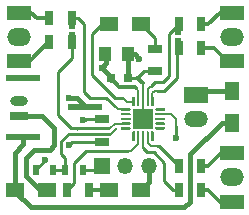
<source format=gbr>
%TF.GenerationSoftware,KiCad,Pcbnew,(5.1.10)-1*%
%TF.CreationDate,2022-03-19T18:42:39-07:00*%
%TF.ProjectId,project,70726f6a-6563-4742-9e6b-696361645f70,0.0*%
%TF.SameCoordinates,Original*%
%TF.FileFunction,Copper,L1,Top*%
%TF.FilePolarity,Positive*%
%FSLAX46Y46*%
G04 Gerber Fmt 4.6, Leading zero omitted, Abs format (unit mm)*
G04 Created by KiCad (PCBNEW (5.1.10)-1) date 2022-03-19 18:42:39*
%MOMM*%
%LPD*%
G01*
G04 APERTURE LIST*
%TA.AperFunction,SMDPad,CuDef*%
%ADD10R,0.700000X1.300000*%
%TD*%
%TA.AperFunction,SMDPad,CuDef*%
%ADD11R,1.300000X0.700000*%
%TD*%
%TA.AperFunction,ComponentPad*%
%ADD12R,2.000000X1.350000*%
%TD*%
%TA.AperFunction,ComponentPad*%
%ADD13O,2.000000X1.350000*%
%TD*%
%TA.AperFunction,ComponentPad*%
%ADD14R,1.500000X0.800000*%
%TD*%
%TA.AperFunction,ComponentPad*%
%ADD15O,1.500000X0.800000*%
%TD*%
%TA.AperFunction,SMDPad,CuDef*%
%ADD16R,2.971800X0.558800*%
%TD*%
%TA.AperFunction,ComponentPad*%
%ADD17R,2.032000X1.250000*%
%TD*%
%TA.AperFunction,ComponentPad*%
%ADD18O,2.032000X1.500000*%
%TD*%
%TA.AperFunction,SMDPad,CuDef*%
%ADD19R,1.300000X1.500000*%
%TD*%
%TA.AperFunction,SMDPad,CuDef*%
%ADD20R,1.500000X1.300000*%
%TD*%
%TA.AperFunction,SMDPad,CuDef*%
%ADD21R,1.000000X1.250000*%
%TD*%
%TA.AperFunction,SMDPad,CuDef*%
%ADD22R,0.800000X0.750000*%
%TD*%
%TA.AperFunction,SMDPad,CuDef*%
%ADD23C,0.100000*%
%TD*%
%TA.AperFunction,SMDPad,CuDef*%
%ADD24R,1.700000X1.700000*%
%TD*%
%TA.AperFunction,SMDPad,CuDef*%
%ADD25R,0.600000X0.400000*%
%TD*%
%TA.AperFunction,ComponentPad*%
%ADD26R,1.350000X1.350000*%
%TD*%
%TA.AperFunction,ComponentPad*%
%ADD27O,1.350000X1.350000*%
%TD*%
%TA.AperFunction,SMDPad,CuDef*%
%ADD28R,0.500000X0.900000*%
%TD*%
%TA.AperFunction,ViaPad*%
%ADD29C,0.600000*%
%TD*%
%TA.AperFunction,Conductor*%
%ADD30C,0.406400*%
%TD*%
%TA.AperFunction,Conductor*%
%ADD31C,0.200000*%
%TD*%
%TA.AperFunction,Conductor*%
%ADD32C,0.304800*%
%TD*%
%TA.AperFunction,Conductor*%
%ADD33C,0.254000*%
%TD*%
G04 APERTURE END LIST*
D10*
%TO.P,R11,2*%
%TO.N,Net-(J5-Pad1)*%
X132550000Y-85500000D03*
%TO.P,R11,1*%
%TO.N,/D1*%
X134450000Y-85500000D03*
%TD*%
%TO.P,R3,2*%
%TO.N,Net-(J5-Pad3)*%
X132550000Y-87500000D03*
%TO.P,R3,1*%
%TO.N,/D4*%
X134450000Y-87500000D03*
%TD*%
%TO.P,R4,2*%
%TO.N,Net-(J6-Pad1)*%
X145450000Y-100000000D03*
%TO.P,R4,1*%
%TO.N,/D8*%
X143550000Y-100000000D03*
%TD*%
%TO.P,R5,2*%
%TO.N,Net-(J6-Pad3)*%
X145450000Y-98000000D03*
%TO.P,R5,1*%
%TO.N,/D9*%
X143550000Y-98000000D03*
%TD*%
%TO.P,R6,2*%
%TO.N,Net-(J7-Pad1)*%
X145450000Y-86000000D03*
%TO.P,R6,1*%
%TO.N,/D16*%
X143550000Y-86000000D03*
%TD*%
%TO.P,R7,2*%
%TO.N,Net-(J7-Pad3)*%
X145450000Y-88000000D03*
%TO.P,R7,1*%
%TO.N,/D15*%
X143550000Y-88000000D03*
%TD*%
D11*
%TO.P,R8,2*%
%TO.N,GND*%
X141500000Y-89950000D03*
%TO.P,R8,1*%
%TO.N,Net-(D0-Pad1)*%
X141500000Y-88050000D03*
%TD*%
D10*
%TO.P,R9,2*%
%TO.N,Net-(D7-Pad2)*%
X135950000Y-100000000D03*
%TO.P,R9,1*%
%TO.N,/D7*%
X134050000Y-100000000D03*
%TD*%
D11*
%TO.P,R10,2*%
%TO.N,Net-(J4-Pad2)*%
X137000000Y-95950000D03*
%TO.P,R10,1*%
%TO.N,/UPDI*%
X137000000Y-94050000D03*
%TD*%
D12*
%TO.P,J2,1*%
%TO.N,Net-(F2-Pad1)*%
X145000000Y-92000000D03*
D13*
%TO.P,J2,2*%
%TO.N,GND*%
X145000000Y-94000000D03*
%TD*%
D14*
%TO.P,J3,1*%
%TO.N,Net-(F1-Pad1)*%
X130000000Y-93750000D03*
D15*
%TO.P,J3,2*%
%TO.N,GND*%
X130000000Y-92500000D03*
%TD*%
D16*
%TO.P,SW1,1*%
%TO.N,N/C*%
X130383800Y-90500000D03*
%TO.P,SW1,3*%
%TO.N,Net-(F1-Pad2)*%
X130383800Y-95500000D03*
%TO.P,SW1,2*%
%TO.N,VCC*%
X135616200Y-93000000D03*
%TD*%
D17*
%TO.P,J6,1*%
%TO.N,Net-(J6-Pad1)*%
X148000000Y-101000000D03*
D18*
%TO.P,J6,2*%
%TO.N,GND*%
X148000000Y-98960000D03*
D17*
%TO.P,J6,3*%
%TO.N,Net-(J6-Pad3)*%
X148000000Y-96920000D03*
%TD*%
%TO.P,J5,1*%
%TO.N,Net-(J5-Pad1)*%
X130000000Y-85000000D03*
D18*
%TO.P,J5,2*%
%TO.N,GND*%
X130000000Y-87040000D03*
D17*
%TO.P,J5,3*%
%TO.N,Net-(J5-Pad3)*%
X130000000Y-89080000D03*
%TD*%
D19*
%TO.P,F2,1*%
%TO.N,Net-(F2-Pad1)*%
X148000000Y-91650000D03*
%TO.P,F2,2*%
%TO.N,Net-(F1-Pad2)*%
X148000000Y-94350000D03*
%TD*%
D20*
%TO.P,F1,1*%
%TO.N,Net-(F1-Pad1)*%
X132350000Y-100000000D03*
%TO.P,F1,2*%
%TO.N,Net-(F1-Pad2)*%
X129650000Y-100000000D03*
%TD*%
D21*
%TO.P,C1,1*%
%TO.N,VCC*%
X137250000Y-88500000D03*
%TO.P,C1,2*%
%TO.N,GND*%
X139250000Y-88500000D03*
%TD*%
D22*
%TO.P,C2,2*%
%TO.N,GND*%
X139250000Y-90500000D03*
%TO.P,C2,1*%
%TO.N,VCC*%
X137750000Y-90500000D03*
%TD*%
%TA.AperFunction,SMDPad,CuDef*%
D23*
%TO.P,U1,1*%
%TO.N,/D15*%
G36*
X141399039Y-92859044D02*
G01*
X141396194Y-92868423D01*
X141391573Y-92877068D01*
X141385355Y-92884644D01*
X141334644Y-92935355D01*
X141327068Y-92941573D01*
X141318423Y-92946194D01*
X141309044Y-92949039D01*
X141299289Y-92950000D01*
X141250000Y-92950000D01*
X141240245Y-92949039D01*
X141230866Y-92946194D01*
X141222221Y-92941573D01*
X141214645Y-92935355D01*
X141208427Y-92927779D01*
X141203806Y-92919134D01*
X141200961Y-92909755D01*
X141200000Y-92900000D01*
X141200000Y-92200000D01*
X141200961Y-92190245D01*
X141203806Y-92180866D01*
X141208427Y-92172221D01*
X141214645Y-92164645D01*
X141222221Y-92158427D01*
X141230866Y-92153806D01*
X141240245Y-92150961D01*
X141250000Y-92150000D01*
X141350000Y-92150000D01*
X141359755Y-92150961D01*
X141369134Y-92153806D01*
X141377779Y-92158427D01*
X141385355Y-92164645D01*
X141391573Y-92172221D01*
X141396194Y-92180866D01*
X141399039Y-92190245D01*
X141400000Y-92200000D01*
X141400000Y-92849289D01*
X141399039Y-92859044D01*
G37*
%TD.AperFunction*%
%TO.P,U1,2*%
%TO.N,/D16*%
%TA.AperFunction,SMDPad,CuDef*%
G36*
G01*
X140850000Y-92150000D02*
X140950000Y-92150000D01*
G75*
G02*
X141000000Y-92200000I0J-50000D01*
G01*
X141000000Y-92900000D01*
G75*
G02*
X140950000Y-92950000I-50000J0D01*
G01*
X140850000Y-92950000D01*
G75*
G02*
X140800000Y-92900000I0J50000D01*
G01*
X140800000Y-92200000D01*
G75*
G02*
X140850000Y-92150000I50000J0D01*
G01*
G37*
%TD.AperFunction*%
%TO.P,U1,3*%
%TO.N,GND*%
%TA.AperFunction,SMDPad,CuDef*%
G36*
G01*
X140450000Y-92150000D02*
X140550000Y-92150000D01*
G75*
G02*
X140600000Y-92200000I0J-50000D01*
G01*
X140600000Y-92900000D01*
G75*
G02*
X140550000Y-92950000I-50000J0D01*
G01*
X140450000Y-92950000D01*
G75*
G02*
X140400000Y-92900000I0J50000D01*
G01*
X140400000Y-92200000D01*
G75*
G02*
X140450000Y-92150000I50000J0D01*
G01*
G37*
%TD.AperFunction*%
%TO.P,U1,4*%
%TO.N,VCC*%
%TA.AperFunction,SMDPad,CuDef*%
G36*
G01*
X140050000Y-92150000D02*
X140150000Y-92150000D01*
G75*
G02*
X140200000Y-92200000I0J-50000D01*
G01*
X140200000Y-92900000D01*
G75*
G02*
X140150000Y-92950000I-50000J0D01*
G01*
X140050000Y-92950000D01*
G75*
G02*
X140000000Y-92900000I0J50000D01*
G01*
X140000000Y-92200000D01*
G75*
G02*
X140050000Y-92150000I50000J0D01*
G01*
G37*
%TD.AperFunction*%
%TA.AperFunction,SMDPad,CuDef*%
%TO.P,U1,5*%
%TO.N,/D0*%
G36*
X139799039Y-92909755D02*
G01*
X139796194Y-92919134D01*
X139791573Y-92927779D01*
X139785355Y-92935355D01*
X139777779Y-92941573D01*
X139769134Y-92946194D01*
X139759755Y-92949039D01*
X139750000Y-92950000D01*
X139700711Y-92950000D01*
X139690956Y-92949039D01*
X139681577Y-92946194D01*
X139672932Y-92941573D01*
X139665356Y-92935355D01*
X139614645Y-92884644D01*
X139608427Y-92877068D01*
X139603806Y-92868423D01*
X139600961Y-92859044D01*
X139600000Y-92849289D01*
X139600000Y-92200000D01*
X139600961Y-92190245D01*
X139603806Y-92180866D01*
X139608427Y-92172221D01*
X139614645Y-92164645D01*
X139622221Y-92158427D01*
X139630866Y-92153806D01*
X139640245Y-92150961D01*
X139650000Y-92150000D01*
X139750000Y-92150000D01*
X139759755Y-92150961D01*
X139769134Y-92153806D01*
X139777779Y-92158427D01*
X139785355Y-92164645D01*
X139791573Y-92172221D01*
X139796194Y-92180866D01*
X139799039Y-92190245D01*
X139800000Y-92200000D01*
X139800000Y-92900000D01*
X139799039Y-92909755D01*
G37*
%TD.AperFunction*%
%TA.AperFunction,SMDPad,CuDef*%
%TO.P,U1,6*%
%TO.N,/D1*%
G36*
X139449039Y-93259755D02*
G01*
X139446194Y-93269134D01*
X139441573Y-93277779D01*
X139435355Y-93285355D01*
X139427779Y-93291573D01*
X139419134Y-93296194D01*
X139409755Y-93299039D01*
X139400000Y-93300000D01*
X138700000Y-93300000D01*
X138690245Y-93299039D01*
X138680866Y-93296194D01*
X138672221Y-93291573D01*
X138664645Y-93285355D01*
X138658427Y-93277779D01*
X138653806Y-93269134D01*
X138650961Y-93259755D01*
X138650000Y-93250000D01*
X138650000Y-93150000D01*
X138650961Y-93140245D01*
X138653806Y-93130866D01*
X138658427Y-93122221D01*
X138664645Y-93114645D01*
X138672221Y-93108427D01*
X138680866Y-93103806D01*
X138690245Y-93100961D01*
X138700000Y-93100000D01*
X139349289Y-93100000D01*
X139359044Y-93100961D01*
X139368423Y-93103806D01*
X139377068Y-93108427D01*
X139384644Y-93114645D01*
X139435355Y-93165356D01*
X139441573Y-93172932D01*
X139446194Y-93181577D01*
X139449039Y-93190956D01*
X139450000Y-93200711D01*
X139450000Y-93250000D01*
X139449039Y-93259755D01*
G37*
%TD.AperFunction*%
%TO.P,U1,7*%
%TO.N,N/C*%
%TA.AperFunction,SMDPad,CuDef*%
G36*
G01*
X138700000Y-93500000D02*
X139400000Y-93500000D01*
G75*
G02*
X139450000Y-93550000I0J-50000D01*
G01*
X139450000Y-93650000D01*
G75*
G02*
X139400000Y-93700000I-50000J0D01*
G01*
X138700000Y-93700000D01*
G75*
G02*
X138650000Y-93650000I0J50000D01*
G01*
X138650000Y-93550000D01*
G75*
G02*
X138700000Y-93500000I50000J0D01*
G01*
G37*
%TD.AperFunction*%
%TO.P,U1,8*%
%TA.AperFunction,SMDPad,CuDef*%
G36*
G01*
X138700000Y-93900000D02*
X139400000Y-93900000D01*
G75*
G02*
X139450000Y-93950000I0J-50000D01*
G01*
X139450000Y-94050000D01*
G75*
G02*
X139400000Y-94100000I-50000J0D01*
G01*
X138700000Y-94100000D01*
G75*
G02*
X138650000Y-94050000I0J50000D01*
G01*
X138650000Y-93950000D01*
G75*
G02*
X138700000Y-93900000I50000J0D01*
G01*
G37*
%TD.AperFunction*%
%TO.P,U1,9*%
%TO.N,/D4*%
%TA.AperFunction,SMDPad,CuDef*%
G36*
G01*
X138700000Y-94300000D02*
X139400000Y-94300000D01*
G75*
G02*
X139450000Y-94350000I0J-50000D01*
G01*
X139450000Y-94450000D01*
G75*
G02*
X139400000Y-94500000I-50000J0D01*
G01*
X138700000Y-94500000D01*
G75*
G02*
X138650000Y-94450000I0J50000D01*
G01*
X138650000Y-94350000D01*
G75*
G02*
X138700000Y-94300000I50000J0D01*
G01*
G37*
%TD.AperFunction*%
%TA.AperFunction,SMDPad,CuDef*%
%TO.P,U1,10*%
%TO.N,N/C*%
G36*
X139449039Y-94809044D02*
G01*
X139446194Y-94818423D01*
X139441573Y-94827068D01*
X139435355Y-94834644D01*
X139384644Y-94885355D01*
X139377068Y-94891573D01*
X139368423Y-94896194D01*
X139359044Y-94899039D01*
X139349289Y-94900000D01*
X138700000Y-94900000D01*
X138690245Y-94899039D01*
X138680866Y-94896194D01*
X138672221Y-94891573D01*
X138664645Y-94885355D01*
X138658427Y-94877779D01*
X138653806Y-94869134D01*
X138650961Y-94859755D01*
X138650000Y-94850000D01*
X138650000Y-94750000D01*
X138650961Y-94740245D01*
X138653806Y-94730866D01*
X138658427Y-94722221D01*
X138664645Y-94714645D01*
X138672221Y-94708427D01*
X138680866Y-94703806D01*
X138690245Y-94700961D01*
X138700000Y-94700000D01*
X139400000Y-94700000D01*
X139409755Y-94700961D01*
X139419134Y-94703806D01*
X139427779Y-94708427D01*
X139435355Y-94714645D01*
X139441573Y-94722221D01*
X139446194Y-94730866D01*
X139449039Y-94740245D01*
X139450000Y-94750000D01*
X139450000Y-94799289D01*
X139449039Y-94809044D01*
G37*
%TD.AperFunction*%
%TA.AperFunction,SMDPad,CuDef*%
%TO.P,U1,11*%
G36*
X139799039Y-95809755D02*
G01*
X139796194Y-95819134D01*
X139791573Y-95827779D01*
X139785355Y-95835355D01*
X139777779Y-95841573D01*
X139769134Y-95846194D01*
X139759755Y-95849039D01*
X139750000Y-95850000D01*
X139650000Y-95850000D01*
X139640245Y-95849039D01*
X139630866Y-95846194D01*
X139622221Y-95841573D01*
X139614645Y-95835355D01*
X139608427Y-95827779D01*
X139603806Y-95819134D01*
X139600961Y-95809755D01*
X139600000Y-95800000D01*
X139600000Y-95150711D01*
X139600961Y-95140956D01*
X139603806Y-95131577D01*
X139608427Y-95122932D01*
X139614645Y-95115356D01*
X139665356Y-95064645D01*
X139672932Y-95058427D01*
X139681577Y-95053806D01*
X139690956Y-95050961D01*
X139700711Y-95050000D01*
X139750000Y-95050000D01*
X139759755Y-95050961D01*
X139769134Y-95053806D01*
X139777779Y-95058427D01*
X139785355Y-95064645D01*
X139791573Y-95072221D01*
X139796194Y-95080866D01*
X139799039Y-95090245D01*
X139800000Y-95100000D01*
X139800000Y-95800000D01*
X139799039Y-95809755D01*
G37*
%TD.AperFunction*%
%TO.P,U1,12*%
%TO.N,/D7*%
%TA.AperFunction,SMDPad,CuDef*%
G36*
G01*
X140050000Y-95050000D02*
X140150000Y-95050000D01*
G75*
G02*
X140200000Y-95100000I0J-50000D01*
G01*
X140200000Y-95800000D01*
G75*
G02*
X140150000Y-95850000I-50000J0D01*
G01*
X140050000Y-95850000D01*
G75*
G02*
X140000000Y-95800000I0J50000D01*
G01*
X140000000Y-95100000D01*
G75*
G02*
X140050000Y-95050000I50000J0D01*
G01*
G37*
%TD.AperFunction*%
%TO.P,U1,13*%
%TO.N,/D8*%
%TA.AperFunction,SMDPad,CuDef*%
G36*
G01*
X140450000Y-95050000D02*
X140550000Y-95050000D01*
G75*
G02*
X140600000Y-95100000I0J-50000D01*
G01*
X140600000Y-95800000D01*
G75*
G02*
X140550000Y-95850000I-50000J0D01*
G01*
X140450000Y-95850000D01*
G75*
G02*
X140400000Y-95800000I0J50000D01*
G01*
X140400000Y-95100000D01*
G75*
G02*
X140450000Y-95050000I50000J0D01*
G01*
G37*
%TD.AperFunction*%
%TO.P,U1,14*%
%TO.N,/D9*%
%TA.AperFunction,SMDPad,CuDef*%
G36*
G01*
X140850000Y-95050000D02*
X140950000Y-95050000D01*
G75*
G02*
X141000000Y-95100000I0J-50000D01*
G01*
X141000000Y-95800000D01*
G75*
G02*
X140950000Y-95850000I-50000J0D01*
G01*
X140850000Y-95850000D01*
G75*
G02*
X140800000Y-95800000I0J50000D01*
G01*
X140800000Y-95100000D01*
G75*
G02*
X140850000Y-95050000I50000J0D01*
G01*
G37*
%TD.AperFunction*%
%TA.AperFunction,SMDPad,CuDef*%
%TO.P,U1,15*%
%TO.N,N/C*%
G36*
X141399039Y-95809755D02*
G01*
X141396194Y-95819134D01*
X141391573Y-95827779D01*
X141385355Y-95835355D01*
X141377779Y-95841573D01*
X141369134Y-95846194D01*
X141359755Y-95849039D01*
X141350000Y-95850000D01*
X141250000Y-95850000D01*
X141240245Y-95849039D01*
X141230866Y-95846194D01*
X141222221Y-95841573D01*
X141214645Y-95835355D01*
X141208427Y-95827779D01*
X141203806Y-95819134D01*
X141200961Y-95809755D01*
X141200000Y-95800000D01*
X141200000Y-95100000D01*
X141200961Y-95090245D01*
X141203806Y-95080866D01*
X141208427Y-95072221D01*
X141214645Y-95064645D01*
X141222221Y-95058427D01*
X141230866Y-95053806D01*
X141240245Y-95050961D01*
X141250000Y-95050000D01*
X141299289Y-95050000D01*
X141309044Y-95050961D01*
X141318423Y-95053806D01*
X141327068Y-95058427D01*
X141334644Y-95064645D01*
X141385355Y-95115356D01*
X141391573Y-95122932D01*
X141396194Y-95131577D01*
X141399039Y-95140956D01*
X141400000Y-95150711D01*
X141400000Y-95800000D01*
X141399039Y-95809755D01*
G37*
%TD.AperFunction*%
%TA.AperFunction,SMDPad,CuDef*%
%TO.P,U1,16*%
G36*
X142349039Y-94859755D02*
G01*
X142346194Y-94869134D01*
X142341573Y-94877779D01*
X142335355Y-94885355D01*
X142327779Y-94891573D01*
X142319134Y-94896194D01*
X142309755Y-94899039D01*
X142300000Y-94900000D01*
X141650711Y-94900000D01*
X141640956Y-94899039D01*
X141631577Y-94896194D01*
X141622932Y-94891573D01*
X141615356Y-94885355D01*
X141564645Y-94834644D01*
X141558427Y-94827068D01*
X141553806Y-94818423D01*
X141550961Y-94809044D01*
X141550000Y-94799289D01*
X141550000Y-94750000D01*
X141550961Y-94740245D01*
X141553806Y-94730866D01*
X141558427Y-94722221D01*
X141564645Y-94714645D01*
X141572221Y-94708427D01*
X141580866Y-94703806D01*
X141590245Y-94700961D01*
X141600000Y-94700000D01*
X142300000Y-94700000D01*
X142309755Y-94700961D01*
X142319134Y-94703806D01*
X142327779Y-94708427D01*
X142335355Y-94714645D01*
X142341573Y-94722221D01*
X142346194Y-94730866D01*
X142349039Y-94740245D01*
X142350000Y-94750000D01*
X142350000Y-94850000D01*
X142349039Y-94859755D01*
G37*
%TD.AperFunction*%
%TO.P,U1,17*%
%TA.AperFunction,SMDPad,CuDef*%
G36*
G01*
X141600000Y-94300000D02*
X142300000Y-94300000D01*
G75*
G02*
X142350000Y-94350000I0J-50000D01*
G01*
X142350000Y-94450000D01*
G75*
G02*
X142300000Y-94500000I-50000J0D01*
G01*
X141600000Y-94500000D01*
G75*
G02*
X141550000Y-94450000I0J50000D01*
G01*
X141550000Y-94350000D01*
G75*
G02*
X141600000Y-94300000I50000J0D01*
G01*
G37*
%TD.AperFunction*%
%TO.P,U1,18*%
%TA.AperFunction,SMDPad,CuDef*%
G36*
G01*
X141600000Y-93900000D02*
X142300000Y-93900000D01*
G75*
G02*
X142350000Y-93950000I0J-50000D01*
G01*
X142350000Y-94050000D01*
G75*
G02*
X142300000Y-94100000I-50000J0D01*
G01*
X141600000Y-94100000D01*
G75*
G02*
X141550000Y-94050000I0J50000D01*
G01*
X141550000Y-93950000D01*
G75*
G02*
X141600000Y-93900000I50000J0D01*
G01*
G37*
%TD.AperFunction*%
%TO.P,U1,19*%
%TO.N,/UPDI*%
%TA.AperFunction,SMDPad,CuDef*%
G36*
G01*
X141600000Y-93500000D02*
X142300000Y-93500000D01*
G75*
G02*
X142350000Y-93550000I0J-50000D01*
G01*
X142350000Y-93650000D01*
G75*
G02*
X142300000Y-93700000I-50000J0D01*
G01*
X141600000Y-93700000D01*
G75*
G02*
X141550000Y-93650000I0J50000D01*
G01*
X141550000Y-93550000D01*
G75*
G02*
X141600000Y-93500000I50000J0D01*
G01*
G37*
%TD.AperFunction*%
%TA.AperFunction,SMDPad,CuDef*%
%TO.P,U1,20*%
%TO.N,N/C*%
G36*
X142349039Y-93259755D02*
G01*
X142346194Y-93269134D01*
X142341573Y-93277779D01*
X142335355Y-93285355D01*
X142327779Y-93291573D01*
X142319134Y-93296194D01*
X142309755Y-93299039D01*
X142300000Y-93300000D01*
X141600000Y-93300000D01*
X141590245Y-93299039D01*
X141580866Y-93296194D01*
X141572221Y-93291573D01*
X141564645Y-93285355D01*
X141558427Y-93277779D01*
X141553806Y-93269134D01*
X141550961Y-93259755D01*
X141550000Y-93250000D01*
X141550000Y-93200711D01*
X141550961Y-93190956D01*
X141553806Y-93181577D01*
X141558427Y-93172932D01*
X141564645Y-93165356D01*
X141615356Y-93114645D01*
X141622932Y-93108427D01*
X141631577Y-93103806D01*
X141640956Y-93100961D01*
X141650711Y-93100000D01*
X142300000Y-93100000D01*
X142309755Y-93100961D01*
X142319134Y-93103806D01*
X142327779Y-93108427D01*
X142335355Y-93114645D01*
X142341573Y-93122221D01*
X142346194Y-93130866D01*
X142349039Y-93140245D01*
X142350000Y-93150000D01*
X142350000Y-93250000D01*
X142349039Y-93259755D01*
G37*
%TD.AperFunction*%
D24*
%TO.P,U1,21*%
%TO.N,GND*%
X140500000Y-94000000D03*
%TD*%
D25*
%TO.P,JP1,1*%
%TO.N,/D1*%
X134500000Y-86200000D03*
%TO.P,JP1,2*%
%TO.N,/D4*%
X134500000Y-86800000D03*
%TD*%
%TO.P,JP2,2*%
%TO.N,/D15*%
X143500000Y-87300000D03*
%TO.P,JP2,1*%
%TO.N,/D16*%
X143500000Y-86700000D03*
%TD*%
D20*
%TO.P,D0,2*%
%TO.N,/D0*%
X137650000Y-86000000D03*
%TO.P,D0,1*%
%TO.N,Net-(D0-Pad1)*%
X140350000Y-86000000D03*
%TD*%
%TO.P,D7,1*%
%TO.N,GND*%
X140350000Y-100000000D03*
%TO.P,D7,2*%
%TO.N,Net-(D7-Pad2)*%
X137650000Y-100000000D03*
%TD*%
D26*
%TO.P,J4,1*%
%TO.N,VCC*%
X137000000Y-98000000D03*
D27*
%TO.P,J4,2*%
%TO.N,Net-(J4-Pad2)*%
X139000000Y-98000000D03*
%TO.P,J4,3*%
%TO.N,GND*%
X141000000Y-98000000D03*
%TD*%
D17*
%TO.P,J7,1*%
%TO.N,Net-(J7-Pad1)*%
X148000000Y-85000000D03*
D18*
%TO.P,J7,2*%
%TO.N,GND*%
X148000000Y-87040000D03*
D17*
%TO.P,J7,3*%
%TO.N,Net-(J7-Pad3)*%
X148000000Y-89080000D03*
%TD*%
D28*
%TO.P,R1,2*%
%TO.N,/A5*%
X133900000Y-98300000D03*
%TO.P,R1,1*%
%TO.N,VCC*%
X135400000Y-98300000D03*
%TD*%
%TO.P,R2,1*%
%TO.N,/A5*%
X132900000Y-98300000D03*
%TO.P,R2,2*%
%TO.N,GND*%
X131400000Y-98300000D03*
%TD*%
D29*
%TO.N,GND*%
X140200000Y-88900000D03*
X132200000Y-97500000D03*
%TO.N,VCC*%
X134200000Y-92200000D03*
X137000000Y-89700000D03*
%TO.N,/UPDI*%
X143300000Y-95600000D03*
X135400000Y-94100000D03*
%TO.N,Net-(J4-Pad2)*%
X134200000Y-96200000D03*
%TD*%
D30*
%TO.N,GND*%
X141000000Y-98000000D02*
X141000000Y-99350000D01*
X141000000Y-99350000D02*
X140350000Y-100000000D01*
X139250000Y-90500000D02*
X139250000Y-88500000D01*
D31*
X140500000Y-92550000D02*
X140500000Y-91434312D01*
D32*
X140500000Y-91000000D02*
X140000000Y-90500000D01*
D31*
X140500000Y-91434312D02*
X140500000Y-91500000D01*
X140500000Y-91500000D02*
X140500000Y-91000000D01*
X140500000Y-92550000D02*
X140500000Y-94000000D01*
D33*
X139250000Y-90500000D02*
X140000000Y-90500000D01*
X140000000Y-90500000D02*
X140550000Y-89950000D01*
X140550000Y-89950000D02*
X141500000Y-89950000D01*
D30*
X139250000Y-88500000D02*
X139800000Y-88500000D01*
X139800000Y-88500000D02*
X140200000Y-88900000D01*
D33*
X131400000Y-98300000D02*
X132200000Y-97500000D01*
D32*
%TO.N,Net-(J6-Pad1)*%
X145450000Y-100000000D02*
X146000000Y-100000000D01*
X147000000Y-101000000D02*
X148000000Y-101000000D01*
X146000000Y-100000000D02*
X147000000Y-101000000D01*
D31*
%TO.N,VCC*%
X140100000Y-92550000D02*
X140100000Y-91600000D01*
D32*
X137750000Y-90750000D02*
X137750000Y-90500000D01*
D31*
X140100000Y-91600000D02*
X140000000Y-91500000D01*
D32*
X137750000Y-90500000D02*
X137750000Y-90550000D01*
X139800000Y-91300000D02*
X139900000Y-91400000D01*
X138500000Y-91300000D02*
X139800000Y-91300000D01*
X137750000Y-90550000D02*
X138500000Y-91300000D01*
D30*
X134900000Y-92200000D02*
X134200000Y-92200000D01*
X135616200Y-92916200D02*
X134900000Y-92200000D01*
X135616200Y-92916200D02*
X135616200Y-93000000D01*
X137400000Y-88650000D02*
X137250000Y-88500000D01*
X137000000Y-89700000D02*
X137400000Y-89300000D01*
X137400000Y-89300000D02*
X137400000Y-88650000D01*
X137750000Y-90500000D02*
X137750000Y-90450000D01*
X137750000Y-90450000D02*
X137000000Y-89700000D01*
D33*
X136700000Y-98300000D02*
X137000000Y-98000000D01*
X135400000Y-98300000D02*
X136700000Y-98300000D01*
D32*
%TO.N,/D1*%
X134450000Y-85500000D02*
X134450000Y-86150000D01*
X134450000Y-86150000D02*
X134500000Y-86200000D01*
D31*
X139050000Y-93200000D02*
X138400000Y-93200000D01*
D33*
X137400000Y-92200000D02*
X138100000Y-92900000D01*
X136000000Y-92200000D02*
X137400000Y-92200000D01*
X135000000Y-85500000D02*
X134450000Y-85500000D01*
X135500000Y-86000000D02*
X135000000Y-85500000D01*
X135500000Y-90300000D02*
X135500000Y-86000000D01*
D31*
X138400000Y-93200000D02*
X138100000Y-92900000D01*
D33*
X135500000Y-91700000D02*
X136000000Y-92200000D01*
X135500000Y-90300000D02*
X135500000Y-91700000D01*
D32*
%TO.N,Net-(J6-Pad3)*%
X145450000Y-98000000D02*
X146000000Y-98000000D01*
X147080000Y-96920000D02*
X148000000Y-96920000D01*
X146000000Y-98000000D02*
X147080000Y-96920000D01*
D30*
%TO.N,Net-(F1-Pad1)*%
X130000000Y-93750000D02*
X131950000Y-93750000D01*
X131950000Y-93750000D02*
X133000000Y-94800000D01*
X133000000Y-94800000D02*
X133000000Y-96200000D01*
X133000000Y-96200000D02*
X132600000Y-96600000D01*
X132600000Y-96600000D02*
X131300000Y-96600000D01*
X131300000Y-96600000D02*
X130600000Y-97300000D01*
X131775762Y-100000000D02*
X132350000Y-100000000D01*
X130600000Y-98824238D02*
X131775762Y-100000000D01*
X130600000Y-97300000D02*
X130600000Y-98824238D01*
%TO.N,Net-(F1-Pad2)*%
X129650000Y-100000000D02*
X129650000Y-100150000D01*
X147150000Y-94350000D02*
X148000000Y-94350000D01*
X144500000Y-97000000D02*
X147150000Y-94350000D01*
X144500000Y-101000000D02*
X144500000Y-97000000D01*
X144000000Y-101500000D02*
X144500000Y-101000000D01*
X131000000Y-101500000D02*
X144000000Y-101500000D01*
X130383800Y-95500000D02*
X130383800Y-96116200D01*
X130383800Y-96116200D02*
X129650000Y-96850000D01*
X129650000Y-100150000D02*
X131000000Y-101500000D01*
X129650000Y-100000000D02*
X129650000Y-96850000D01*
%TO.N,Net-(F2-Pad1)*%
X148000000Y-91650000D02*
X145350000Y-91650000D01*
X145350000Y-91650000D02*
X145000000Y-92000000D01*
D32*
%TO.N,Net-(J5-Pad1)*%
X130000000Y-85000000D02*
X131000000Y-85000000D01*
X131500000Y-85500000D02*
X132550000Y-85500000D01*
X131000000Y-85000000D02*
X131500000Y-85500000D01*
%TO.N,Net-(J5-Pad3)*%
X130000000Y-89080000D02*
X130920000Y-89080000D01*
X132500000Y-87500000D02*
X132550000Y-87500000D01*
X130920000Y-89080000D02*
X132500000Y-87500000D01*
%TO.N,Net-(J7-Pad1)*%
X145450000Y-86000000D02*
X146000000Y-86000000D01*
X147000000Y-85000000D02*
X148000000Y-85000000D01*
X146000000Y-86000000D02*
X147000000Y-85000000D01*
%TO.N,Net-(J7-Pad3)*%
X145450000Y-88000000D02*
X146500000Y-88000000D01*
X147500000Y-89000000D02*
X148000000Y-89000000D01*
X146500000Y-88000000D02*
X147500000Y-89000000D01*
D31*
%TO.N,/UPDI*%
X141950000Y-93600000D02*
X142900000Y-93600000D01*
D33*
X143300000Y-94600000D02*
X143300000Y-95600000D01*
D31*
X142900000Y-93600000D02*
X143300000Y-94000000D01*
X143300000Y-94000000D02*
X143300000Y-94600000D01*
D33*
X135950000Y-94050000D02*
X137000000Y-94050000D01*
X135400000Y-94100000D02*
X135950000Y-94050000D01*
D31*
%TO.N,/D9*%
X140900000Y-95450000D02*
X140900000Y-96000000D01*
D33*
X141850000Y-96300000D02*
X143550000Y-98000000D01*
X141700000Y-96300000D02*
X141850000Y-96300000D01*
D31*
X140900000Y-96000000D02*
X141200000Y-96300000D01*
X141200000Y-96300000D02*
X141700000Y-96300000D01*
D32*
%TO.N,/D16*%
X143500000Y-86700000D02*
X143500000Y-86050000D01*
X143500000Y-86050000D02*
X143550000Y-86000000D01*
D31*
X140900000Y-92550000D02*
X140900000Y-91500000D01*
D33*
X142700000Y-86850000D02*
X143550000Y-86000000D01*
X142700000Y-90400000D02*
X142700000Y-86850000D01*
X142200000Y-90900000D02*
X142700000Y-90400000D01*
X141500000Y-90900000D02*
X142200000Y-90900000D01*
X141200000Y-91200000D02*
X141500000Y-90900000D01*
D31*
X140900000Y-91500000D02*
X141200000Y-91200000D01*
D33*
%TO.N,/D7*%
X134050000Y-100000000D02*
X134100000Y-100000000D01*
X134100000Y-100000000D02*
X134700000Y-99400000D01*
X134700000Y-99400000D02*
X134700000Y-97700000D01*
X134700000Y-97700000D02*
X135500000Y-96900000D01*
X135500000Y-96900000D02*
X135700000Y-96700000D01*
X135700000Y-96700000D02*
X139200000Y-96700000D01*
D31*
X140100000Y-95450000D02*
X140100000Y-96100000D01*
X139500000Y-96700000D02*
X139200000Y-96700000D01*
X140100000Y-96100000D02*
X139500000Y-96700000D01*
%TO.N,/D8*%
X140500000Y-95450000D02*
X140500000Y-96500000D01*
D33*
X143000000Y-100000000D02*
X143550000Y-100000000D01*
X142300000Y-99300000D02*
X143000000Y-100000000D01*
X142300000Y-97700000D02*
X142300000Y-99300000D01*
X141400000Y-96800000D02*
X142300000Y-97700000D01*
X140800000Y-96800000D02*
X141400000Y-96800000D01*
X140500000Y-96500000D02*
X140800000Y-96800000D01*
D32*
%TO.N,/D15*%
X143500000Y-87300000D02*
X143500000Y-87950000D01*
X143500000Y-87950000D02*
X143550000Y-88000000D01*
D31*
X141300000Y-92550000D02*
X141300000Y-91800000D01*
D33*
X143400000Y-88150000D02*
X143550000Y-88000000D01*
X143400000Y-90500000D02*
X143400000Y-88150000D01*
X142300000Y-91600000D02*
X143400000Y-90500000D01*
X141700000Y-91600000D02*
X142300000Y-91600000D01*
D31*
X141300000Y-91800000D02*
X141500000Y-91600000D01*
X141500000Y-91600000D02*
X141700000Y-91600000D01*
%TO.N,/D0*%
X139700000Y-92550000D02*
X139150000Y-92550000D01*
D33*
X137000000Y-86000000D02*
X137650000Y-86000000D01*
X136200000Y-86800000D02*
X137000000Y-86000000D01*
X136200000Y-90300000D02*
X136200000Y-86800000D01*
X138800000Y-92200000D02*
X138100000Y-92200000D01*
D31*
X139150000Y-92550000D02*
X138800000Y-92200000D01*
D33*
X138100000Y-92200000D02*
X136200000Y-90300000D01*
%TO.N,Net-(J4-Pad2)*%
X137000000Y-95950000D02*
X134450000Y-95950000D01*
X134450000Y-95950000D02*
X134200000Y-96200000D01*
%TO.N,Net-(D0-Pad1)*%
X141500000Y-88050000D02*
X141500000Y-87150000D01*
X141500000Y-87150000D02*
X140350000Y-86000000D01*
D32*
%TO.N,Net-(D7-Pad2)*%
X135950000Y-100000000D02*
X137650000Y-100000000D01*
%TO.N,/D4*%
X134450000Y-86850000D02*
X134500000Y-86800000D01*
X134450000Y-87500000D02*
X134450000Y-86850000D01*
D33*
X134450000Y-87500000D02*
X134450000Y-88850000D01*
X134450000Y-88850000D02*
X133300000Y-90000000D01*
X133300000Y-90000000D02*
X133300000Y-93700000D01*
X134400000Y-94800000D02*
X134900000Y-94800000D01*
X134900000Y-94800000D02*
X134918989Y-94818989D01*
X133300000Y-93700000D02*
X134400000Y-94800000D01*
X134900000Y-94800000D02*
X137600000Y-94800000D01*
D31*
X139050000Y-94400000D02*
X138100000Y-94400000D01*
X137700000Y-94800000D02*
X137600000Y-94800000D01*
X138100000Y-94400000D02*
X137700000Y-94800000D01*
D33*
%TO.N,/A5*%
X132900000Y-98300000D02*
X133745990Y-98300000D01*
X133900000Y-98300000D02*
X133900000Y-97300000D01*
X133572999Y-95899039D02*
X134199039Y-95272999D01*
X133572999Y-96972999D02*
X133572999Y-95899039D01*
X133900000Y-97300000D02*
X133572999Y-96972999D01*
X134199039Y-95272999D02*
X136088399Y-95272999D01*
X136088399Y-95272999D02*
X137700000Y-95272999D01*
D31*
X137827001Y-95272999D02*
X137700000Y-95272999D01*
X138300000Y-94800000D02*
X137827001Y-95272999D01*
%TD*%
M02*

</source>
